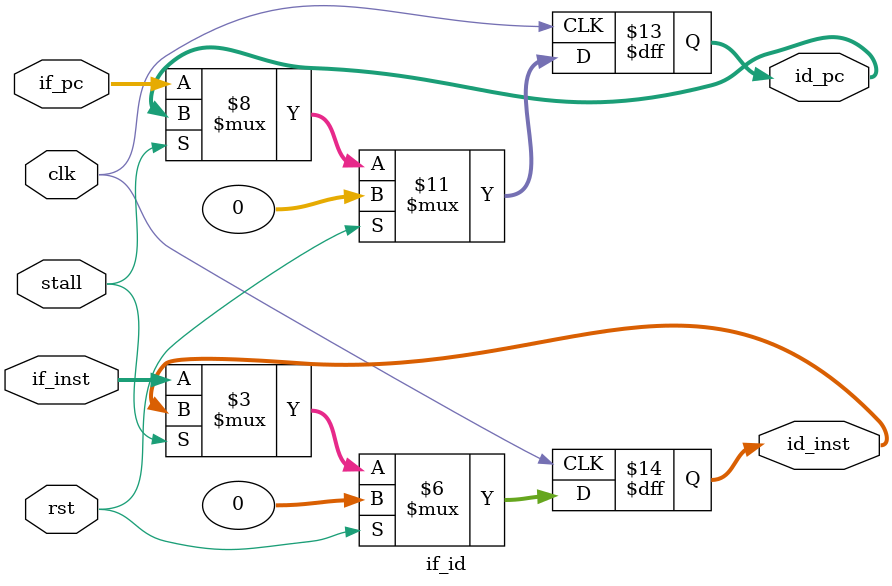
<source format=v>
`timescale 1ns / 1ps


module if_id(
    input   wire    clk,
    input   wire    rst,
    
    input   wire    stall,
    input   wire    [31:0]  if_pc,
    input   wire    [31:0]  if_inst,
    output  reg     [31:0]  id_pc,
    output  reg     [31:0]  id_inst
    );
  
  always @ (posedge clk)
    begin
      if(rst)
        begin
          id_pc <= 32'h0000_0000;   //ÕâÀï×¢Òâ¸´Î»Îª 0x00000000£¬²»ÊÇ´óÈü¹æ¶¨if_pc¸´Î»Îª0x80000000
          id_inst <= 32'h0000_0000;
        end
      else if(!stall)
        begin
          id_pc <= if_pc;
          id_inst <= if_inst;
        end
    end

endmodule

</source>
